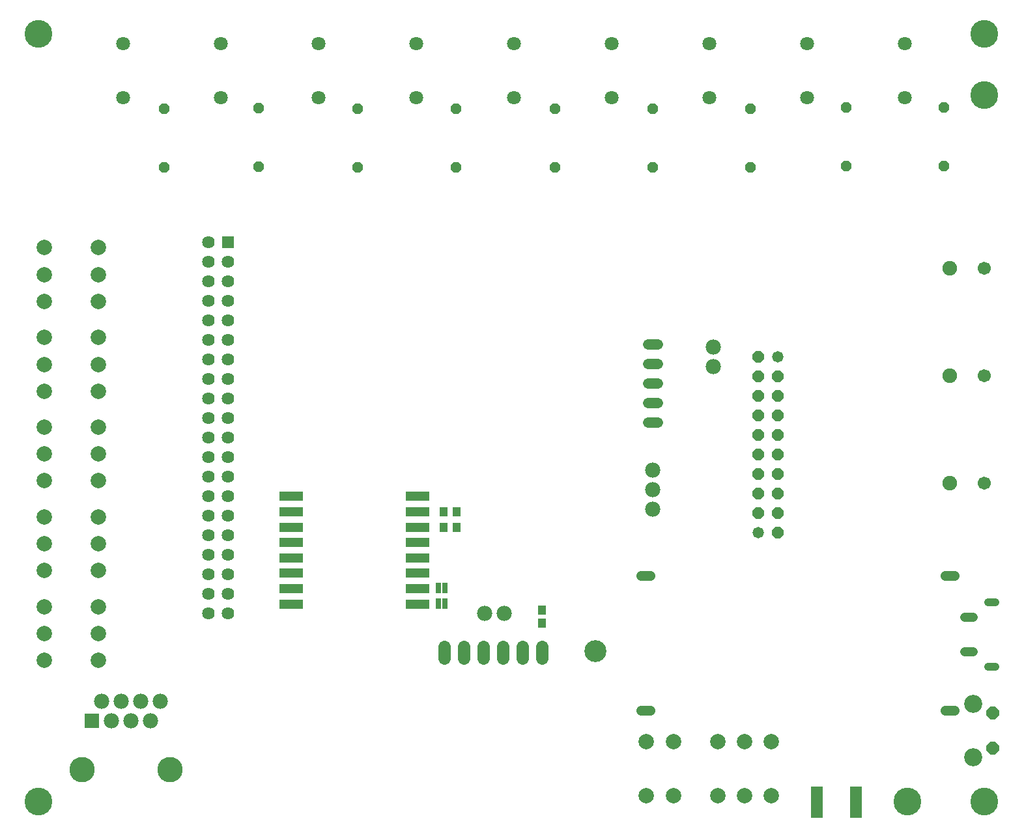
<source format=gbs>
G04 EAGLE Gerber RS-274X export*
G75*
%MOMM*%
%FSLAX34Y34*%
%LPD*%
%INSoldermask Bottom*%
%IPPOS*%
%AMOC8*
5,1,8,0,0,1.08239X$1,22.5*%
G01*
%ADD10C,3.601600*%
%ADD11C,1.981200*%
%ADD12C,1.320800*%
%ADD13C,1.801600*%
%ADD14C,1.701600*%
%ADD15C,1.901600*%
%ADD16R,1.981200X1.981200*%
%ADD17C,3.301600*%
%ADD18P,1.759533X8X112.500000*%
%ADD19C,2.349500*%
%ADD20R,3.101600X1.301600*%
%ADD21C,2.001600*%
%ADD22C,1.051600*%
%ADD23C,1.201600*%
%ADD24C,1.473200*%
%ADD25P,1.594577X8X112.500000*%
%ADD26P,1.594577X8X292.500000*%
%ADD27R,1.625600X4.165600*%
%ADD28C,2.851600*%
%ADD29R,1.625600X1.625600*%
%ADD30C,1.625600*%
%ADD31R,1.101600X1.201600*%
%ADD32C,1.625600*%
%ADD33R,0.736600X1.371600*%
%ADD34C,1.301600*%
%ADD35P,1.429621X8X112.500000*%


D10*
X1259500Y1028500D03*
X29500Y1028500D03*
X29500Y29500D03*
X1259500Y29500D03*
X1259500Y948500D03*
X1159500Y29500D03*
D11*
X906986Y620942D03*
X906986Y595542D03*
D12*
X834648Y624440D02*
X822456Y624440D01*
X822456Y599040D02*
X834648Y599040D01*
X834648Y573640D02*
X822456Y573640D01*
X822456Y548240D02*
X834648Y548240D01*
X834648Y522840D02*
X822456Y522840D01*
D13*
X139700Y1015376D03*
X139700Y945376D03*
X266700Y1015376D03*
X266700Y945376D03*
X393700Y1015376D03*
X393700Y945376D03*
D11*
X828424Y460555D03*
X828424Y435155D03*
X828424Y409755D03*
D14*
X1259355Y723204D03*
D15*
X1214355Y723204D03*
D13*
X774700Y1015376D03*
X774700Y945376D03*
X647700Y1015376D03*
X647700Y945376D03*
X520700Y1015376D03*
X520700Y945376D03*
X901700Y1015376D03*
X901700Y945376D03*
X1028700Y1015376D03*
X1028700Y945376D03*
X1155700Y1015376D03*
X1155700Y945376D03*
D14*
X1259355Y583504D03*
D15*
X1214355Y583504D03*
D14*
X1259355Y443804D03*
D15*
X1214355Y443804D03*
D11*
X187745Y160550D03*
X175045Y135150D03*
X162345Y160550D03*
X136945Y160550D03*
X111545Y160550D03*
X149645Y135150D03*
X124245Y135150D03*
D16*
X98845Y135150D03*
D17*
X86145Y71650D03*
X200445Y71650D03*
D18*
X1270020Y99535D03*
X1270020Y144747D03*
D19*
X1245128Y87089D03*
X1245128Y157193D03*
D20*
X358333Y286716D03*
X358333Y306716D03*
X358333Y326716D03*
X358333Y346716D03*
X358333Y366716D03*
X358333Y386716D03*
X358333Y406716D03*
X358333Y426716D03*
X522333Y286716D03*
X522333Y306716D03*
X522333Y326716D03*
X522333Y346716D03*
X522333Y366716D03*
X522333Y386716D03*
X522333Y406716D03*
X522333Y426716D03*
D21*
X37337Y750150D03*
X107337Y750150D03*
X37337Y715150D03*
X107337Y715150D03*
X37337Y680150D03*
X107337Y680150D03*
X37337Y633310D03*
X107337Y633310D03*
X37337Y598310D03*
X107337Y598310D03*
X37337Y563310D03*
X107337Y563310D03*
X819971Y37390D03*
X819971Y107390D03*
X854971Y37390D03*
X854971Y107390D03*
D22*
X1264180Y288893D02*
X1273680Y288893D01*
X1273680Y205393D02*
X1264180Y205393D01*
D23*
X1244430Y224893D02*
X1233430Y224893D01*
X1233430Y269393D02*
X1244430Y269393D01*
D24*
X965200Y379730D03*
D25*
X990600Y379730D03*
X965200Y405130D03*
X990600Y405130D03*
X965200Y430530D03*
X990600Y430530D03*
X965200Y455930D03*
X990600Y455930D03*
X965200Y481330D03*
X990600Y481330D03*
D24*
X990600Y608330D03*
D26*
X965200Y608330D03*
X990600Y582930D03*
X965200Y582930D03*
X990600Y557530D03*
X965200Y557530D03*
X990600Y532130D03*
X965200Y532130D03*
X990600Y506730D03*
X965200Y506730D03*
D27*
X1041831Y29274D03*
X1092631Y29274D03*
D28*
X753442Y225878D03*
D29*
X276142Y757178D03*
D30*
X250724Y757312D03*
X276124Y731912D03*
X250724Y731912D03*
X276124Y706512D03*
X250724Y706512D03*
X276124Y681112D03*
X250724Y681112D03*
X276124Y655712D03*
X250724Y655712D03*
X276124Y630312D03*
X250724Y630312D03*
X276124Y604912D03*
X250724Y604912D03*
X276124Y579512D03*
X250724Y579512D03*
X276124Y554112D03*
X250724Y554112D03*
X276124Y528712D03*
X250724Y528712D03*
X276124Y503312D03*
X250724Y503312D03*
X276124Y477912D03*
X250724Y477912D03*
X276124Y452512D03*
X250724Y452512D03*
X276124Y427112D03*
X250724Y427112D03*
X276124Y401712D03*
X250724Y401712D03*
X276124Y376312D03*
X250724Y376312D03*
X276124Y350912D03*
X250724Y350912D03*
X276124Y325512D03*
X250724Y325512D03*
X276124Y300112D03*
X250724Y300112D03*
X276124Y274712D03*
X250724Y274712D03*
D21*
X37337Y517030D03*
X107337Y517030D03*
X37337Y482030D03*
X107337Y482030D03*
X37337Y447030D03*
X107337Y447030D03*
X37337Y400190D03*
X107337Y400190D03*
X37337Y365190D03*
X107337Y365190D03*
X37337Y330190D03*
X107337Y330190D03*
X37337Y283350D03*
X107337Y283350D03*
X37337Y248350D03*
X107337Y248350D03*
X37337Y213350D03*
X107337Y213350D03*
D31*
X556650Y386080D03*
X573650Y386080D03*
D11*
X609600Y274320D03*
X635000Y274320D03*
D32*
X557530Y231140D02*
X557530Y215900D01*
X582930Y215900D02*
X582930Y231140D01*
X608330Y231140D02*
X608330Y215900D01*
X633730Y215900D02*
X633730Y231140D01*
X659130Y231140D02*
X659130Y215900D01*
X684530Y215900D02*
X684530Y231140D01*
D31*
X556650Y406400D03*
X573650Y406400D03*
X684530Y279010D03*
X684530Y262010D03*
D21*
X912420Y37390D03*
X912420Y107390D03*
X947420Y37390D03*
X947420Y107390D03*
X982420Y37390D03*
X982420Y107390D03*
D33*
X558220Y287020D03*
X549220Y287020D03*
X549220Y307340D03*
X558220Y307340D03*
D34*
X813150Y323850D02*
X825150Y323850D01*
X1208150Y323850D02*
X1220150Y323850D01*
X825150Y148850D02*
X813150Y148850D01*
X1208150Y148850D02*
X1220150Y148850D01*
D35*
X193040Y854710D03*
X193040Y930910D03*
X316230Y855153D03*
X316230Y931353D03*
X444500Y854710D03*
X444500Y930910D03*
X572770Y854710D03*
X572770Y930910D03*
X701040Y854710D03*
X701040Y930910D03*
X828040Y854710D03*
X828040Y930910D03*
X955040Y854710D03*
X955040Y930910D03*
X1079500Y855980D03*
X1079500Y932180D03*
X1206500Y855980D03*
X1206500Y932180D03*
M02*

</source>
